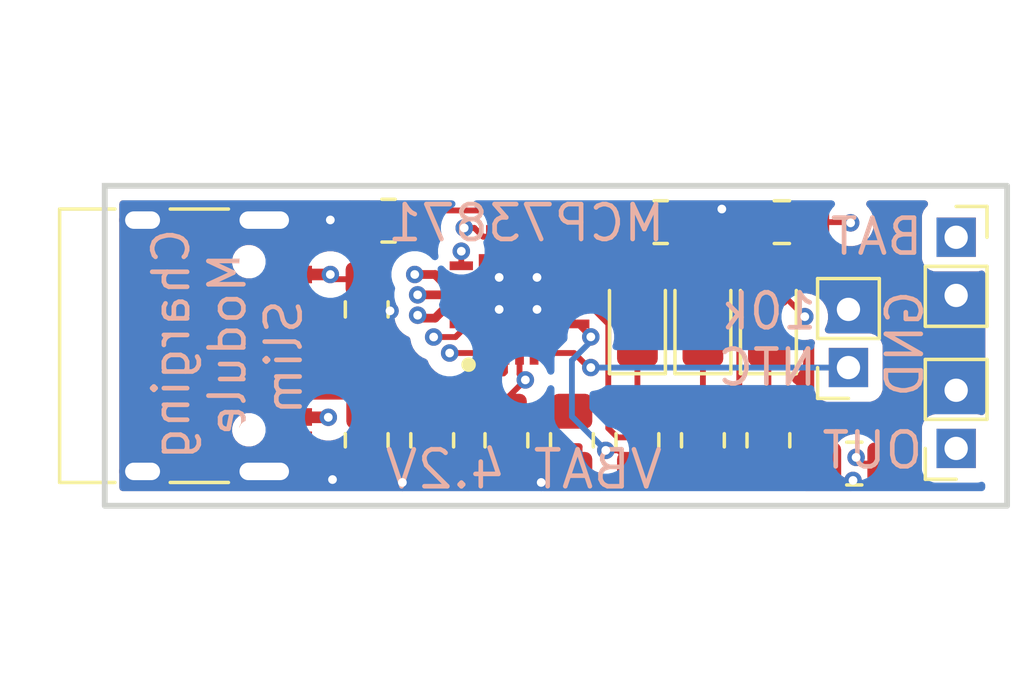
<source format=kicad_pcb>
(kicad_pcb (version 20241229) (generator "pcbnew") (generator_version "9.0")
  (layers (0 "F.Cu" signal) (4 "In1.Cu" signal) (6 "In2.Cu" signal) (2 "B.Cu" signal) (13 "F.Paste" user) (15 "B.Paste" user) (5 "F.SilkS" user "F.Silkscreen") (7 "B.SilkS" user "B.Silkscreen") (1 "F.Mask" user) (3 "B.Mask" user) (25 "Edge.Cuts" user))
  (net 0 "")
  (net 1 "GND")
  (net 2 "/Load")
  (net 3 "/Vbat")
  (net 4 "Net-(D1-K)")
  (net 5 "Net-(D2-K)")
  (net 6 "Net-(D3-K)")
  (net 7 "/TE")
  (net 8 "/VPCC")
  (net 9 "/SEL")
  (net 10 "Net-(IC1-STAT2)")
  (net 11 "Net-(IC1-THERM)")
  (net 12 "/PROG1")
  (net 13 "Net-(IC1-STAT1{slash}~{LBO})")
  (net 14 "Net-(IC1-~{PG})")
  (net 15 "/PROG3")
  (net 21 "Net-(J2-CC1)")
  (net 23 "Net-(J2-CC2)")
  (footprint "Resistor_SMD:R_0805_2012Metric_Pad1.20x1.40mm_HandSolder" (layer "F.Cu") (at 33 104.25 -90)
    (property "Reference" "R2" (hide yes))
    (property "Value" "5.1k")
    (fp_line (start -0.227064 0.735) (end 0.227064 0.735) (stroke (width 0.12)) (layer "F.SilkS"))
    (fp_line (start -0.227064 -0.735) (end 0.227064 -0.735) (stroke (width 0.12)) (layer "F.SilkS"))
    (pad "1" smd roundrect (at -1 0 270) (size 1.2 1.4) (layers "F.Cu" "F.Mask" "F.Paste") (roundrect_rratio 0.208333) (net 23 "Net-(J2-CC2)"))
    (pad "2" smd roundrect (at 1 0 270) (size 1.2 1.4) (layers "F.Cu" "F.Mask" "F.Paste") (roundrect_rratio 0.208333) (net 1 "GND"))
  )
  (footprint "Capacitor_SMD:C_0805_2012Metric_Pad1.18x1.45mm_HandSolder" (layer "F.Cu") (at 47.2625 96.75 180)
    (property "Reference" "C3" (hide yes))
    (property "Value" "4.7uF")
    (fp_line (start -0.261252 0.735) (end 0.261252 0.735) (stroke (width 0.12)) (layer "F.SilkS"))
    (fp_line (start -0.261252 -0.735) (end 0.261252 -0.735) (stroke (width 0.12)) (layer "F.SilkS"))
    (pad "1" smd roundrect (at -1.0375 0 180) (size 1.175 1.45) (layers "F.Cu" "F.Mask" "F.Paste") (roundrect_rratio 0.212766) (net 3 "/Vbat"))
    (pad "2" smd roundrect (at 1.0375 0 180) (size 1.175 1.45) (layers "F.Cu" "F.Mask" "F.Paste") (roundrect_rratio 0.212766) (net 1 "GND"))
  )
  (footprint "Capacitor_SMD:C_0805_2012Metric_Pad1.18x1.45mm_HandSolder" (layer "F.Cu") (at 49.75 105.05 180)
    (property "Reference" "C2" (hide yes))
    (property "Value" "4.7uF")
    (fp_line (start -0.261252 0.735) (end 0.261252 0.735) (stroke (width 0.12)) (layer "F.SilkS"))
    (fp_line (start -0.261252 -0.735) (end 0.261252 -0.735) (stroke (width 0.12)) (layer "F.SilkS"))
    (pad "1" smd roundrect (at -1.0375 0 180) (size 1.175 1.45) (layers "F.Cu" "F.Mask" "F.Paste") (roundrect_rratio 0.212766) (net 2 "/Load"))
    (pad "2" smd roundrect (at 1.0375 0 180) (size 1.175 1.45) (layers "F.Cu" "F.Mask" "F.Paste") (roundrect_rratio 0.212766) (net 1 "GND"))
  )
  (footprint "Resistor_SMD:R_0805_2012Metric_Pad1.20x1.40mm_HandSolder" (layer "F.Cu") (at 43.1 96.75)
    (property "Reference" "R9" (hide yes))
    (property "Value" "25k")
    (fp_line (start -0.227064 -0.735) (end 0.227064 -0.735) (stroke (width 0.12)) (layer "F.SilkS"))
    (fp_line (start -0.227064 0.735) (end 0.227064 0.735) (stroke (width 0.12)) (layer "F.SilkS"))
    (pad "1" smd roundrect (at -1 0) (size 1.2 1.4) (layers "F.Cu" "F.Mask" "F.Paste") (roundrect_rratio 0.208333) (net 15 "/PROG3"))
    (pad "2" smd roundrect (at 1 0) (size 1.2 1.4) (layers "F.Cu" "F.Mask" "F.Paste") (roundrect_rratio 0.208333) (net 1 "GND"))
  )
  (footprint "Resistor_SMD:R_0805_2012Metric_Pad1.20x1.40mm_HandSolder" (layer "F.Cu") (at 42.3 104.25 -90)
    (property "Reference" "R6" (hide yes))
    (property "Value" "470")
    (fp_line (start -0.227064 0.735) (end 0.227064 0.735) (stroke (width 0.12)) (layer "F.SilkS"))
    (fp_line (start -0.227064 -0.735) (end 0.227064 -0.735) (stroke (width 0.12)) (layer "F.SilkS"))
    (pad "1" smd roundrect (at -1 0 270) (size 1.2 1.4) (layers "F.Cu" "F.Mask" "F.Paste") (roundrect_rratio 0.208333) (net 4 "Net-(D1-K)"))
    (pad "2" smd roundrect (at 1 0 270) (size 1.2 1.4) (layers "F.Cu" "F.Mask" "F.Paste") (roundrect_rratio 0.208333) (net 14 "Net-(IC1-~{PG})"))
  )
  (footprint "Connector_PinSocket_2.00mm:PinSocket_1x02_P2.00mm_Vertical" (layer "F.Cu") (at 49.55 101.75 180)
    (property "Reference" "TH1" (hide yes))
    (property "Value" "NTC B3950 10k")
    (fp_line (start 1.06 1) (end 1.06 3.06) (stroke (width 0.12)) (layer "F.SilkS"))
    (fp_line (start 1.06 -1.06) (end 1.06 0) (stroke (width 0.12)) (layer "F.SilkS"))
    (fp_line (start 0 -1.06) (end 1.06 -1.06) (stroke (width 0.12)) (layer "F.SilkS"))
    (fp_line (start -1.06 3.06) (end 1.06 3.06) (stroke (width 0.12)) (layer "F.SilkS"))
    (fp_line (start -1.06 1) (end 1.06 1) (stroke (width 0.12)) (layer "F.SilkS"))
    (fp_line (start -1.06 1) (end -1.06 3.06) (stroke (width 0.12)) (layer "F.SilkS"))
    (pad "1" thru_hole rect (at 0 0 180) (size 1.35 1.35) (drill 0.8) (layers "*.Cu" "*.Mask") (net 11 "Net-(IC1-THERM)"))
    (pad "2" thru_hole circle (at 0 2 180) (size 1.35 1.35) (drill 0.8) (layers "*.Cu" "*.Mask") (net 1 "GND"))
  )
  (footprint "Connector_USB:USB_C_Receptacle_HRO_TYPE-C-31-M-12" (layer "F.Cu") (at 26.35 101 -90)
    (property "Reference" "J2" (hide yes))
    (property "Value" "USB_C_Receptacle_USB2.0_16P")
    (fp_line (start -4.7 3.9) (end 4.7 3.9) (stroke (width 0.12)) (layer "F.SilkS"))
    (fp_line (start -4.7 2) (end -4.7 3.9) (stroke (width 0.12)) (layer "F.SilkS"))
    (fp_line (start 4.7 2) (end 4.7 3.9) (stroke (width 0.12)) (layer "F.SilkS"))
    (fp_line (start -4.7 -1.9) (end -4.7 0.1) (stroke (width 0.12)) (layer "F.SilkS"))
    (fp_line (start 4.7 -1.9) (end 4.7 0.1) (stroke (width 0.12)) (layer "F.SilkS"))
    (pad "" np_thru_hole circle (at -2.89 -2.6 270) (size 0.65 0.65) (drill 0.65) (layers "*.Cu" "*.Mask"))
    (pad "" np_thru_hole circle (at 2.89 -2.6 270) (size 0.65 0.65) (drill 0.65) (layers "*.Cu" "*.Mask"))
    (pad "A1" smd rect (at -3.25 -4.045 270) (size 0.6 1.45) (layers "F.Cu" "F.Mask" "F.Paste") (net 1 "GND"))
    (pad "A4" smd rect (at -2.45 -4.045 270) (size 0.6 1.45) (layers "F.Cu" "F.Mask" "F.Paste") (net 9 "/SEL"))
    (pad "A5" smd rect (at -1.25 -4.045 270) (size 0.3 1.45) (layers "F.Cu" "F.Mask" "F.Paste") (net 21 "Net-(J2-CC1)"))
    (pad "A6" smd rect (at -0.25 -4.045 270) (size 0.3 1.45) (layers "F.Cu" "F.Mask" "F.Paste"))
    (pad "A7" smd rect (at 0.25 -4.045 270) (size 0.3 1.45) (layers "F.Cu" "F.Mask" "F.Paste"))
    (pad "A8" smd rect (at 1.25 -4.045 270) (size 0.3 1.45) (layers "F.Cu" "F.Mask" "F.Paste"))
    (pad "A9" smd rect (at 2.45 -4.045 270) (size 0.6 1.45) (layers "F.Cu" "F.Mask" "F.Paste") (net 9 "/SEL"))
    (pad "A12" smd rect (at 3.25 -4.045 270) (size 0.6 1.45) (layers "F.Cu" "F.Mask" "F.Paste") (net 1 "GND"))
    (pad "B1" smd rect (at 3.25 -4.045 270) (size 0.6 1.45) (layers "F.Cu" "F.Mask" "F.Paste") (net 1 "GND"))
    (pad "B4" smd rect (at 2.45 -4.045 270) (size 0.6 1.45) (layers "F.Cu" "F.Mask" "F.Paste") (net 9 "/SEL"))
    (pad "B5" smd rect (at 1.75 -4.045 270) (size 0.3 1.45) (layers "F.Cu" "F.Mask" "F.Paste") (net 23 "Net-(J2-CC2)"))
    (pad "B6" smd rect (at 0.75 -4.045 270) (size 0.3 1.45) (layers "F.Cu" "F.Mask" "F.Paste"))
    (pad "B7" smd rect (at -0.75 -4.045 270) (size 0.3 1.45) (layers "F.Cu" "F.Mask" "F.Paste"))
    (pad "B8" smd rect (at -1.75 -4.045 270) (size 0.3 1.45) (layers "F.Cu" "F.Mask" "F.Paste"))
    (pad "B9" smd rect (at -2.45 -4.045 270) (size 0.6 1.45) (layers "F.Cu" "F.Mask" "F.Paste") (net 9 "/SEL"))
    (pad "B12" smd rect (at -3.25 -4.045 270) (size 0.6 1.45) (layers "F.Cu" "F.Mask" "F.Paste") (net 1 "GND"))
    (pad "S1" thru_hole oval (at -4.32 -3.13 270) (size 1 2.1) (drill oval 0.6 1.7) (property pad_prop_heatsink) (layers "*.Cu" "*.Mask") (net 1 "GND"))
    (pad "S1" thru_hole oval (at -4.32 1.05 270) (size 1 1.6) (drill oval 0.6 1.2) (property pad_prop_heatsink) (layers "*.Cu" "*.Mask") (net 1 "GND"))
    (pad "S1" thru_hole oval (at 4.32 -3.13 270) (size 1 2.1) (drill oval 0.6 1.7) (property pad_prop_heatsink) (layers "*.Cu" "*.Mask") (net 1 "GND"))
    (pad "S1" thru_hole oval (at 4.32 1.05 270) (size 1 1.6) (drill oval 0.6 1.2) (property pad_prop_heatsink) (layers "*.Cu" "*.Mask") (net 1 "GND"))
  )
  (footprint "Resistor_SMD:R_0805_2012Metric_Pad1.20x1.40mm_HandSolder" (layer "F.Cu") (at 37.8 104.25 -90)
    (property "Reference" "R3" (hide yes))
    (property "Value" "330k")
    (fp_line (start -0.227064 0.735) (end 0.227064 0.735) (stroke (width 0.12)) (layer "F.SilkS"))
    (fp_line (start -0.227064 -0.735) (end 0.227064 -0.735) (stroke (width 0.12)) (layer "F.SilkS"))
    (pad "1" smd roundrect (at -1 0 270) (size 1.2 1.4) (layers "F.Cu" "F.Mask" "F.Paste") (roundrect_rratio 0.208333) (net 9 "/SEL"))
    (pad "2" smd roundrect (at 1 0 270) (size 1.2 1.4) (layers "F.Cu" "F.Mask" "F.Paste") (roundrect_rratio 0.208333) (net 8 "/VPCC"))
  )
  (footprint "Connector_PinSocket_2.00mm:PinSocket_1x02_P2.00mm_Vertical" (layer "F.Cu") (at 53.25 97.27)
    (property "Reference" "J1" (hide yes))
    (property "Value" "Vbat")
    (fp_line (start -1.06 1) (end -1.06 3.06) (stroke (width 0.12)) (layer "F.SilkS"))
    (fp_line (start -1.06 1) (end 1.06 1) (stroke (width 0.12)) (layer "F.SilkS"))
    (fp_line (start -1.06 3.06) (end 1.06 3.06) (stroke (width 0.12)) (layer "F.SilkS"))
    (fp_line (start 0 -1.06) (end 1.06 -1.06) (stroke (width 0.12)) (layer "F.SilkS"))
    (fp_line (start 1.06 -1.06) (end 1.06 0) (stroke (width 0.12)) (layer "F.SilkS"))
    (fp_line (start 1.06 1) (end 1.06 3.06) (stroke (width 0.12)) (layer "F.SilkS"))
    (pad "1" thru_hole rect (at 0 0) (size 1.35 1.35) (drill 0.8) (layers "*.Cu" "*.Mask") (net 3 "/Vbat"))
    (pad "2" thru_hole circle (at 0 2) (size 1.35 1.35) (drill 0.8) (layers "*.Cu" "*.Mask") (net 1 "GND"))
  )
  (footprint "Capacitor_SMD:C_0805_2012Metric_Pad1.18x1.45mm_HandSolder" (layer "F.Cu") (at 33 99.75 -90)
    (property "Reference" "C1" (hide yes))
    (property "Value" "10uF")
    (fp_line (start -0.261252 0.735) (end 0.261252 0.735) (stroke (width 0.12)) (layer "F.SilkS"))
    (fp_line (start -0.261252 -0.735) (end 0.261252 -0.735) (stroke (width 0.12)) (layer "F.SilkS"))
    (pad "1" smd roundrect (at -1.0375 0 270) (size 1.175 1.45) (layers "F.Cu" "F.Mask" "F.Paste") (roundrect_rratio 0.212766) (net 9 "/SEL"))
    (pad "2" smd roundrect (at 1.0375 0 270) (size 1.175 1.45) (layers "F.Cu" "F.Mask" "F.Paste") (roundrect_rratio 0.212766) (net 1 "GND"))
  )
  (footprint "Resistor_SMD:R_0805_2012Metric_Pad1.20x1.40mm_HandSolder" (layer "F.Cu") (at 44.55 104.25 -90)
    (property "Reference" "R7" (hide yes))
    (property "Value" "470")
    (fp_line (start -0.227064 0.735) (end 0.227064 0.735) (stroke (width 0.12)) (layer "F.SilkS"))
    (fp_line (start -0.227064 -0.735) (end 0.227064 -0.735) (stroke (width 0.12)) (layer "F.SilkS"))
    (pad "1" smd roundrect (at -1 0 270) (size 1.2 1.4) (layers "F.Cu" "F.Mask" "F.Paste") (roundrect_rratio 0.208333) (net 5 "Net-(D2-K)"))
    (pad "2" smd roundrect (at 1 0 270) (size 1.2 1.4) (layers "F.Cu" "F.Mask" "F.Paste") (roundrect_rratio 0.208333) (net 10 "Net-(IC1-STAT2)"))
  )
  (footprint "Resistor_SMD:R_0805_2012Metric_Pad1.20x1.40mm_HandSolder" (layer "F.Cu") (at 40.05 104.25 -90)
    (property "Reference" "R4" (hide yes))
    (property "Value" "110k")
    (fp_line (start -0.227064 0.735) (end 0.227064 0.735) (stroke (width 0.12)) (layer "F.SilkS"))
    (fp_line (start -0.227064 -0.735) (end 0.227064 -0.735) (stroke (width 0.12)) (layer "F.SilkS"))
    (pad "1" smd roundrect (at -1 0 270) (size 1.2 1.4) (layers "F.Cu" "F.Mask" "F.Paste") (roundrect_rratio 0.208333) (net 8 "/VPCC"))
    (pad "2" smd roundrect (at 1 0 270) (size 1.2 1.4) (layers "F.Cu" "F.Mask" "F.Paste") (roundrect_rratio 0.208333) (net 1 "GND"))
  )
  (footprint "MCP73871-2CCI_ML:QFN50P400X400X100-21N-D" (layer "F.Cu") (at 38.25 99.25 90)
    (property "Reference" "IC1" (hide yes))
    (property "Value" "MCP73871-2CCI_ML" (hide yes))
    (fp_circle (center -2.4 -1.75) (end -2.4 -1.625) (stroke (width 0.25)) (fill no) (layer "F.SilkS"))
    (pad "1" smd rect (at -2 -1 180) (size 0.3 0.8) (layers "F.Cu" "F.Mask" "F.Paste") (net 2 "/Load"))
    (pad "2" smd rect (at -2 -0.5 180) (size 0.3 0.8) (layers "F.Cu" "F.Mask" "F.Paste") (net 8 "/VPCC"))
    (pad "3" smd rect (at -2 0 180) (size 0.3 0.8) (layers "F.Cu" "F.Mask" "F.Paste") (net 9 "/SEL"))
    (pad "4" smd rect (at -2 0.5 180) (size 0.3 0.8) (layers "F.Cu" "F.Mask" "F.Paste") (net 1 "GND"))
    (pad "5" smd rect (at -2 1 180) (size 0.3 0.8) (layers "F.Cu" "F.Mask" "F.Paste") (net 11 "Net-(IC1-THERM)"))
    (pad "6" smd rect (at -1 2 90) (size 0.3 0.8) (layers "F.Cu" "F.Mask" "F.Paste") (net 14 "Net-(IC1-~{PG})"))
    (pad "7" smd rect (at -0.5 2 90) (size 0.3 0.8) (layers "F.Cu" "F.Mask" "F.Paste") (net 10 "Net-(IC1-STAT2)"))
    (pad "8" smd rect (at 0 2 90) (size 0.3 0.8) (layers "F.Cu" "F.Mask" "F.Paste") (net 13 "Net-(IC1-STAT1{slash}~{LBO})"))
    (pad "9" smd rect (at 0.5 2 90) (size 0.3 0.8) (layers "F.Cu" "F.Mask" "F.Paste") (net 7 "/TE"))
    (pad "10" smd rect (at 1 2 90) (size 0.3 0.8) (layers "F.Cu" "F.Mask" "F.Paste") (net 1 "GND"))
    (pad "11" smd rect (at 2 1 180) (size 0.3 0.8) (layers "F.Cu" "F.Mask" "F.Paste") (net 1 "GND"))
    (pad "12" smd rect (at 2 0.5 180) (size 0.3 0.8) (layers "F.Cu" "F.Mask" "F.Paste") (net 15 "/PROG3"))
    (pad "13" smd rect (at 2 0 180) (size 0.3 0.8) (layers "F.Cu" "F.Mask" "F.Paste") (net 12 "/PROG1"))
    (pad "14" smd rect (at 2 -0.5 180) (size 0.3 0.8) (layers "F.Cu" "F.Mask" "F.Paste") (net 3 "/Vbat"))
    (pad "15" smd rect (at 2 -1 180) (size 0.3 0.8) (layers "F.Cu" "F.Mask" "F.Paste") (net 3 "/Vbat"))
    (pad "16" smd rect (at 1 -2 90) (size 0.3 0.8) (layers "F.Cu" "F.Mask" "F.Paste") (net 3 "/Vbat"))
    (pad "17" smd rect (at 0.5 -2 90) (size 0.3 0.8) (layers "F.Cu" "F.Mask" "F.Paste") (net 9 "/SEL"))
    (pad "18" smd rect (at 0 -2 90) (size 0.3 0.8) (layers "F.Cu" "F.Mask" "F.Paste") (net 9 "/SEL"))
    (pad "19" smd rect (at -0.5 -2 90) (size 0.3 0.8) (layers "F.Cu" "F.Mask" "F.Paste") (net 9 "/SEL"))
    (pad "20" smd rect (at -1 -2 90) (size 0.3 0.8) (layers "F.Cu" "F.Mask" "F.Paste") (net 2 "/Load"))
    (pad "21" smd rect (at 0 0 90) (size 2.8 2.8) (layers "F.Cu" "F.Mask" "F.Paste") (net 1 "GND"))
  )
  (footprint "Resistor_SMD:R_0805_2012Metric_Pad1.20x1.40mm_HandSolder" (layer "F.Cu") (at 35.25 104.25 -90)
    (property "Reference" "R1" (hide yes))
    (property "Value" "5.1k")
    (fp_line (start -0.227064 0.735) (end 0.227064 0.735) (stroke (width 0.12)) (layer "F.SilkS"))
    (fp_line (start -0.227064 -0.735) (end 0.227064 -0.735) (stroke (width 0.12)) (layer "F.SilkS"))
    (pad "1" smd roundrect (at -1 0 270) (size 1.2 1.4) (layers "F.Cu" "F.Mask" "F.Paste") (roundrect_rratio 0.208333) (net 21 "Net-(J2-CC1)"))
    (pad "2" smd roundrect (at 1 0 270) (size 1.2 1.4) (layers "F.Cu" "F.Mask" "F.Paste") (roundrect_rratio 0.208333) (net 1 "GND"))
  )
  (footprint "Resistor_SMD:R_0805_2012Metric_Pad1.20x1.40mm_HandSolder" (layer "F.Cu") (at 33.75 96.7 180)
    (property "Reference" "R5" (hide yes))
    (property "Value" "1k")
    (fp_line (start -0.227064 0.735) (end 0.227064 0.735) (stroke (width 0.12)) (layer "F.SilkS"))
    (fp_line (start -0.227064 -0.735) (end 0.227064 -0.735) (stroke (width 0.12)) (layer "F.SilkS"))
    (pad "1" smd roundrect (at -1 0 180) (size 1.2 1.4) (layers "F.Cu" "F.Mask" "F.Paste") (roundrect_rratio 0.208333) (net 12 "/PROG1"))
    (pad "2" smd roundrect (at 1 0 180) (size 1.2 1.4) (layers "F.Cu" "F.Mask" "F.Paste") (roundrect_rratio 0.208333) (net 1 "GND"))
  )
  (footprint "LED_SMD:LED_0805_2012Metric_Pad1.15x1.40mm_HandSolder" (layer "F.Cu") (at 44.55 100.1 90)
    (property "Reference" "D2" (hide yes))
    (property "Value" "Green")
    (fp_line (start 1 -0.96) (end -1.86 -0.96) (stroke (width 0.12)) (layer "F.SilkS"))
    (fp_line (start -1.86 -0.96) (end -1.86 0.96) (stroke (width 0.12)) (layer "F.SilkS"))
    (fp_line (start -1.86 0.96) (end 1 0.96) (stroke (width 0.12)) (layer "F.SilkS"))
    (pad "1" smd roundrect (at -1.025 0 90) (size 1.15 1.4) (layers "F.Cu" "F.Mask" "F.Paste") (roundrect_rratio 0.217391) (net 5 "Net-(D2-K)"))
    (pad "2" smd roundrect (at 1.025 0 90) (size 1.15 1.4) (layers "F.Cu" "F.Mask" "F.Paste") (roundrect_rratio 0.217391) (net 9 "/SEL"))
  )
  (footprint "LED_SMD:LED_0805_2012Metric_Pad1.15x1.40mm_HandSolder" (layer "F.Cu") (at 46.8 100.1 90)
    (property "Reference" "D3" (hide yes))
    (property "Value" "Red")
    (fp_line (start 1 -0.96) (end -1.86 -0.96) (stroke (width 0.12)) (layer "F.SilkS"))
    (fp_line (start -1.86 -0.96) (end -1.86 0.96) (stroke (width 0.12)) (layer "F.SilkS"))
    (fp_line (start -1.86 0.96) (end 1 0.96) (stroke (width 0.12)) (layer "F.SilkS"))
    (pad "1" smd roundrect (at -1.025 0 90) (size 1.15 1.4) (layers "F.Cu" "F.Mask" "F.Paste") (roundrect_rratio 0.217391) (net 6 "Net-(D3-K)"))
    (pad "2" smd roundrect (at 1.025 0 90) (size 1.15 1.4) (layers "F.Cu" "F.Mask" "F.Paste") (roundrect_rratio 0.217391) (net 9 "/SEL"))
  )
  (footprint "LED_SMD:LED_0805_2012Metric_Pad1.15x1.40mm_HandSolder" (layer "F.Cu") (at 42.3 100.1 90)
    (property "Reference" "D1" (hide yes))
    (property "Value" "Blue")
    (fp_line (start 1 -0.96) (end -1.86 -0.96) (stroke (width 0.12)) (layer "F.SilkS"))
    (fp_line (start -1.86 -0.96) (end -1.86 0.96) (stroke (width 0.12)) (layer "F.SilkS"))
    (fp_line (start -1.86 0.96) (end 1 0.96) (stroke (width 0.12)) (layer "F.SilkS"))
    (pad "1" smd roundrect (at -1.025 0 90) (size 1.15 1.4) (layers "F.Cu" "F.Mask" "F.Paste") (roundrect_rratio 0.217391) (net 4 "Net-(D1-K)"))
    (pad "2" smd roundrect (at 1.025 0 90) (size 1.15 1.4) (layers "F.Cu" "F.Mask" "F.Paste") (roundrect_rratio 0.217391) (net 9 "/SEL"))
  )
  (footprint "Resistor_SMD:R_0805_2012Metric_Pad1.20x1.40mm_HandSolder" (layer "F.Cu") (at 46.8 104.25 -90)
    (property "Reference" "R8" (hide yes))
    (property "Value" "470")
    (fp_line (start -0.227064 0.735) (end 0.227064 0.735) (stroke (width 0.12)) (layer "F.SilkS"))
    (fp_line (start -0.227064 -0.735) (end 0.227064 -0.735) (stroke (width 0.12)) (layer "F.SilkS"))
    (pad "1" smd roundrect (at -1 0 270) (size 1.2 1.4) (layers "F.Cu" "F.Mask" "F.Paste") (roundrect_rratio 0.208333) (net 6 "Net-(D3-K)"))
    (pad "2" smd roundrect (at 1 0 270) (size 1.2 1.4) (layers "F.Cu" "F.Mask" "F.Paste") (roundrect_rratio 0.208333) (net 13 "Net-(IC1-STAT1{slash}~{LBO})"))
  )
  (footprint "Connector_PinSocket_2.00mm:PinSocket_1x02_P2.00mm_Vertical" (layer "F.Cu") (at 53.25 104.53 180)
    (property "Reference" "J3" (hide yes))
    (property "Value" "Load")
    (fp_line (start 1.06 1) (end 1.06 3.06) (stroke (width 0.12)) (layer "F.SilkS"))
    (fp_line (start 1.06 -1.06) (end 1.06 0) (stroke (width 0.12)) (layer "F.SilkS"))
    (fp_line (start 0 -1.06) (end 1.06 -1.06) (stroke (width 0.12)) (layer "F.SilkS"))
    (fp_line (start -1.06 3.06) (end 1.06 3.06) (stroke (width 0.12)) (layer "F.SilkS"))
    (fp_line (start -1.06 1) (end 1.06 1) (stroke (width 0.12)) (layer "F.SilkS"))
    (fp_line (start -1.06 1) (end -1.06 3.06) (stroke (width 0.12)) (layer "F.SilkS"))
    (pad "1" thru_hole rect (at 0 0 180) (size 1.35 1.35) (drill 0.8) (layers "*.Cu" "*.Mask") (net 2 "/Load"))
    (pad "2" thru_hole circle (at 0 2 180) (size 1.35 1.35) (drill 0.8) (layers "*.Cu" "*.Mask") (net 1 "GND"))
  )
  (gr_rect (start 24 95.5) (end 55 106.5) (stroke (width 0.2)) (fill no) (layer "Edge.Cuts"))
  (gr_text "OUT" (at 52.19 105.3 0) (layer "B.SilkS") (effects (font (size 1.2 1.2) (thickness 0.16)) (justify left bottom mirror)))
  (gr_text "BAT" (at 52.19 97.95 0) (layer "B.SilkS") (effects (font (size 1.2 1.2) (thickness 0.16)) (justify left bottom mirror)))
  (gr_text "GND" (at 52.19 99 90) (layer "B.SilkS") (effects (font (size 1.2 1.2) (thickness 0.16)) (justify left bottom mirror)))
  (gr_text "10k\nNTC" (at 48.55 102.45 0) (layer "B.SilkS") (effects (font (size 1.2 1.2) (thickness 0.16)) (justify left bottom mirror)))
  (gr_text "Charging \nModule \nSlim" (at 30.85 101.4 90) (layer "B.SilkS") (effects (font (size 1.2 1.2) (thickness 0.16)) (justify bottom mirror)))
  (gr_text "MCP73871" (at 43.327064 97.485 0) (layer "B.SilkS") (effects (font (size 1.2 1.2) (thickness 0.16)) (justify left bottom mirror)))
  (gr_text "VBAT 4.2V" (at 38.4 105.25 0) (layer "B.SilkS") (effects (font (size 1.27 1.27)) (justify mirror)))
  (segment (start 39.25 98.25) (end 38.25 99.25) (width 0.2) (layer "F.Cu") (net 1))
  (segment (start 44.75 96.75) (end 45.2 96.3) (width 0.2) (layer "F.Cu") (net 1))
  (segment (start 35.25 105.25) (end 34.675 105.25) (width 0.2) (layer "F.Cu") (net 1))
  (segment (start 38.75 99.75) (end 38.25 99.25) (width 0.2) (layer "F.Cu") (net 1))
  (segment (start 32.75 96.65) (end 31.775 96.65) (width 0.2) (layer "F.Cu") (net 1))
  (segment (start 34.675 105.25) (end 34.225 105.7) (width 0.2) (layer "F.Cu") (net 1))
  (segment (start 31.775 96.65) (end 31.75 96.675) (width 0.2) (layer "F.Cu") (net 1))
  (segment (start 39.444285 105.25) (end 38.994285 105.7) (width 0.2) (layer "F.Cu") (net 1))
  (segment (start 39.25 97.25) (end 39.25 98.25) (width 0.2) (layer "F.Cu") (net 1))
  (segment (start 30.385 104.405) (end 29.47 105.32) (width 0.6) (layer "F.Cu") (net 1))
  (segment (start 45.65 96.75) (end 46.225 96.75) (width 0.2) (layer "F.Cu") (net 1))
  (segment (start 49.706502 105.630001) (end 49.292501 105.630001) (width 0.2) (layer "F.Cu") (net 1))
  (segment (start 45.2 96.3) (end 45.65 96.75) (width 0.2) (layer "F.Cu") (net 1))
  (segment (start 32.175 105.25) (end 31.825 105.6) (width 0.2) (layer "F.Cu") (net 1))
  (segment (start 40.25 98.25) (end 39.25 98.25) (width 0.2) (layer "F.Cu") (net 1))
  (segment (start 33 105.25) (end 32.175 105.25) (width 0.2) (layer "F.Cu") (net 1))
  (segment (start 38.75 101.25) (end 38.75 99.75) (width 0.2) (layer "F.Cu") (net 1))
  (segment (start 49.292501 105.630001) (end 48.7125 105.05) (width 0.2) (layer "F.Cu") (net 1))
  (segment (start 44.1 96.75) (end 44.75 96.75) (width 0.2) (layer "F.Cu") (net 1))
  (segment (start 30.385 104.25) (end 30.385 104.405) (width 0.6) (layer "F.Cu") (net 1))
  (segment (start 40.05 105.25) (end 39.444285 105.25) (width 0.2) (layer "F.Cu") (net 1))
  (segment (start 33 100.6) (end 33.8 99.8) (width 0.2) (layer "F.Cu") (net 1))
  (segment (start 33 100.7875) (end 33 100.6) (width 0.2) (layer "F.Cu") (net 1))
  (segment (start 30.395 97.75) (end 30.395 97.595) (width 0.6) (layer "F.Cu") (net 1))
  (segment (start 30.395 97.595) (end 29.48 96.68) (width 0.6) (layer "F.Cu") (net 1))
  (via (at 31.75 96.675) (size 0.6) (drill 0.3) (layers "F.Cu" "B.Cu") (net 1))
  (via (at 34.225 105.7) (size 0.6) (drill 0.3) (layers "F.Cu" "B.Cu") (net 1))
  (via (at 33.8 99.8) (size 0.6) (drill 0.3) (layers "F.Cu" "B.Cu") (net 1))
  (via (at 45.2 96.3) (size 0.6) (drill 0.3) (layers "F.Cu" "B.Cu") (net 1))
  (via (at 49.706502 105.630001) (size 0.6) (drill 0.3) (layers "F.Cu" "B.Cu") (net 1))
  (via (at 38.85 98.65) (size 0.6) (drill 0.3) (layers "F.Cu" "B.Cu") (net 1))
  (via (at 38.85 99.75) (size 0.6) (drill 0.3) (layers "F.Cu" "B.Cu") (net 1))
  (via (at 37.55 98.65) (size 0.6) (drill 0.3) (layers "F.Cu" "B.Cu") (net 1))
  (via (at 37.55 99.75) (size 0.6) (drill 0.3) (layers "F.Cu" "B.Cu") (net 1))
  (via (at 31.825 105.6) (size 0.6) (drill 0.3) (layers "F.Cu" "B.Cu") (net 1))
  (via (at 38.994285 105.7) (size 0.6) (drill 0.3) (layers "F.Cu" "B.Cu") (net 1))
  (segment (start 35.85 101.25) (end 37.25 101.25) (width 0.2) (layer "F.Cu") (net 2))
  (segment (start 50.025375 105.05) (end 50.7875 105.05) (width 0.2) (layer "F.Cu") (net 2))
  (segment (start 36.05 100.7) (end 36.25 100.5) (width 0.2) (layer "F.Cu") (net 2))
  (segment (start 49.812416 104.837041) (end 50.025375 105.05) (width 0.2) (layer "F.Cu") (net 2))
  (segment (start 36.25 100.5) (end 36.25 100.25) (width 0.2) (layer "F.Cu") (net 2))
  (segment (start 35.3 100.7) (end 36.05 100.7) (width 0.2) (layer "F.Cu") (net 2))
  (via (at 35.3 100.7) (size 0.6) (drill 0.3) (layers "F.Cu" "B.Cu") (net 2))
  (via (at 49.812416 104.837041) (size 0.6) (drill 0.3) (layers "F.Cu" "B.Cu") (net 2))
  (via (at 35.85 101.25) (size 0.6) (drill 0.3) (layers "F.Cu" "B.Cu") (net 2))
  (segment (start 36.7 96.95) (end 37 97.25) (width 0.2) (layer "F.Cu") (net 3))
  (segment (start 48.3 96.75) (end 49.6 96.75) (width 0.2) (layer "F.Cu") (net 3))
  (segment (start 37.75 97.25) (end 37.25 97.25) (width 0.2) (layer "F.Cu") (net 3))
  (segment (start 37 97.25) (end 37.25 97.25) (width 0.2) (layer "F.Cu") (net 3))
  (segment (start 36.25 97.75) (end 36.25 98.25) (width 0.2) (layer "F.Cu") (net 3))
  (segment (start 49.6 96.75) (end 49.625 96.775) (width 0.2) (layer "F.Cu") (net 3))
  (segment (start 36.35 96.95) (end 36.7 96.95) (width 0.2) (layer "F.Cu") (net 3))
  (via (at 49.625 96.775) (size 0.6) (drill 0.3) (layers "F.Cu" "B.Cu") (net 3))
  (via (at 36.35 96.95) (size 0.6) (drill 0.3) (layers "F.Cu" "B.Cu") (net 3))
  (via (at 36.25 97.75) (size 0.6) (drill 0.3) (layers "F.Cu" "B.Cu") (net 3))
  (segment (start 42.3 103.25) (end 42.3 101.125) (width 0.2) (layer "F.Cu") (net 4))
  (segment (start 44.55 103.25) (end 44.55 101.125) (width 0.2) (layer "F.Cu") (net 5))
  (segment (start 46.8 103.25) (end 46.8 101.125) (width 0.2) (layer "F.Cu") (net 6))
  (segment (start 38.05 105.25) (end 40.05 103.25) (width 0.2) (layer "F.Cu") (net 8))
  (segment (start 37.75 101.902) (end 37.75 101.25) (width 0.2) (layer "F.Cu") (net 8))
  (segment (start 39.149 104.151) (end 37.11484 104.151) (width 0.2) (layer "F.Cu") (net 8))
  (segment (start 37.199 101.951) (end 37.701 101.951) (width 0.2) (layer "F.Cu") (net 8))
  (segment (start 37.8 105.25) (end 38.05 105.25) (width 0.2) (layer "F.Cu") (net 8))
  (segment (start 40.05 103.25) (end 39.149 104.151) (width 0.2) (layer "F.Cu") (net 8))
  (segment (start 36.799 103.83516) (end 36.799 102.351) (width 0.2) (layer "F.Cu") (net 8))
  (segment (start 37.701 101.951) (end 37.75 101.902) (width 0.2) (layer "F.Cu") (net 8))
  (segment (start 37.11484 104.151) (end 36.799 103.83516) (width 0.2) (layer "F.Cu") (net 8))
  (segment (start 36.799 102.351) (end 37.199 101.951) (width 0.2) (layer "F.Cu") (net 8))
  (segment (start 37.8 103.25) (end 37.8 102.825) (width 0.2) (layer "F.Cu") (net 9))
  (segment (start 35.65 99.75) (end 36.25 99.75) (width 0.3) (layer "F.Cu") (net 9))
  (segment (start 46.8 99.075) (end 47.125 99.075) (width 0.2) (layer "F.Cu") (net 9))
  (segment (start 35.35 100.05) (end 35.65 99.75) (width 0.3) (layer "F.Cu") (net 9))
  (segment (start 35.55 98.75) (end 36.25 98.75) (width 0.3) (layer "F.Cu") (net 9))
  (segment (start 30.395 103.46) (end 30.385 103.45) (width 0.4) (layer "F.Cu") (net 9))
  (segment (start 31.9125 98.7125) (end 31.75 98.55) (width 0.2) (layer "F.Cu") (net 9))
  (segment (start 34.75 99.95) (end 34.85 100.05) (width 0.3) (layer "F.Cu") (net 9))
  (segment (start 34.85 100.05) (end 35.35 100.05) (width 0.3) (layer "F.Cu") (net 9))
  (segment (start 35.35 98.55) (end 35.55 98.75) (width 0.3) (layer "F.Cu") (net 9))
  (segment (start 31.68 103.46) (end 30.395 103.46) (width 0.4) (layer "F.Cu") (net 9))
  (segment (start 38.25 101.975) (end 38.45 102.175) (width 0.2) (layer "F.Cu") (net 9))
  (segment (start 38.25 101.25) (end 38.25 101.975) (width 0.2) (layer "F.Cu") (net 9))
  (segment (start 33 98.7125) (end 31.9125 98.7125) (width 0.2) (layer "F.Cu") (net 9))
  (segment (start 34.65 98.55) (end 35.35 98.55) (width 0.3) (layer "F.Cu") (net 9))
  (segment (start 37.8 102.825) (end 38.45 102.175) (width 0.2) (layer "F.Cu") (net 9))
  (segment (start 47.125 99.075) (end 48.05 100) (width 0.2) (layer "F.Cu") (net 9))
  (segment (start 31.75 98.55) (end 30.385 98.55) (width 0.4) (layer "F.Cu") (net 9))
  (segment (start 34.75 99.25) (end 36.25 99.25) (width 0.3) (layer "F.Cu") (net 9))
  (segment (start 42.3 99.075) (end 46.8 99.075) (width 0.2) (layer "F.Cu") (net 9))
  (via (at 34.75 99.95) (size 0.6) (drill 0.3) (layers "F.Cu" "B.Cu") (net 9))
  (via (at 38.45 102.175) (size 0.6) (drill 0.3) (layers "F.Cu" "B.Cu") (net 9))
  (via (at 31.68 103.46) (size 0.6) (drill 0.3) (layers "F.Cu" "B.Cu") (net 9))
  (via (at 34.65 98.55) (size 0.6) (drill 0.3) (layers "F.Cu" "B.Cu") (net 9))
  (via (at 31.75 98.55) (size 0.6) (drill 0.3) (layers "F.Cu" "B.Cu") (net 9))
  (via (at 48.05 100) (size 0.6) (drill 0.3) (layers "F.Cu" "B.Cu") (net 9))
  (via (at 34.75 99.25) (size 0.6) (drill 0.3) (layers "F.Cu" "B.Cu") (net 9))
  (segment (start 40.8 99.75) (end 40.25 99.75) (width 0.2) (layer "F.Cu") (net 10))
  (segment (start 41.299 100.249) (end 40.8 99.75) (width 0.2) (layer "F.Cu") (net 10))
  (segment (start 41.61484 104.151) (end 41.299 103.83516) (width 0.2) (layer "F.Cu") (net 10))
  (segment (start 41.299 103.83516) (end 41.299 100.249) (width 0.2) (layer "F.Cu") (net 10))
  (segment (start 43.451 104.151) (end 41.61484 104.151) (width 0.2) (layer "F.Cu") (net 10))
  (segment (start 44.55 105.25) (end 43.451 104.151) (width 0.2) (layer "F.Cu") (net 10))
  (segment (start 40.699 101.75) (end 40.625 101.75) (width 0.2) (layer "F.Cu") (net 11))
  (segment (start 40.125 101.25) (end 39.25 101.25) (width 0.2) (layer "F.Cu") (net 11))
  (segment (start 40.625 101.75) (end 40.125 101.25) (width 0.2) (layer "F.Cu") (net 11))
  (via (at 40.699 101.75) (size 0.6) (drill 0.3) (layers "F.Cu" "B.Cu") (net 11))
  (segment (start 40.699 101.75) (end 49.55 101.75) (width 0.2) (layer "B.Cu") (net 11))
  (segment (start 38.001 96.349) (end 38.25 96.598) (width 0.2) (layer "F.Cu") (net 12))
  (segment (start 34.75 96.7) (end 35.101 96.349) (width 0.2) (layer "F.Cu") (net 12))
  (segment (start 38.25 96.598) (end 38.25 97.25) (width 0.2) (layer "F.Cu") (net 12))
  (segment (start 35.101 96.349) (end 38.001 96.349) (width 0.2) (layer "F.Cu") (net 12))
  (segment (start 45.799 100.51484) (end 45.23516 99.951) (width 0.2) (layer "F.Cu") (net 13))
  (segment (start 40.91384 99.25) (end 40.25 99.25) (width 0.2) (layer "F.Cu") (net 13))
  (segment (start 46.8 105.25) (end 45.799 104.249) (width 0.2) (layer "F.Cu") (net 13))
  (segment (start 41.61484 99.951) (end 40.91384 99.25) (width 0.2) (layer "F.Cu") (net 13))
  (segment (start 45.799 104.249) (end 45.799 100.51484) (width 0.2) (layer "F.Cu") (net 13))
  (segment (start 45.23516 99.951) (end 41.61484 99.951) (width 0.2) (layer "F.Cu") (net 13))
  (segment (start 40.25 100.25) (end 40.253504 100.25) (width 0.2) (layer "F.Cu") (net 14))
  (segment (start 40.253504 100.25) (end 40.699 100.695496) (width 0.2) (layer "F.Cu") (net 14))
  (segment (start 41.646507 104.596507) (end 42.3 105.25) (width 0.2) (layer "F.Cu") (net 14))
  (segment (start 41.212939 104.596507) (end 41.646507 104.596507) (width 0.2) (layer "F.Cu") (net 14))
  (via (at 40.699 100.695496) (size 0.6) (drill 0.3) (layers "F.Cu" "B.Cu") (net 14))
  (via (at 41.212939 104.596507) (size 0.6) (drill 0.3) (layers "F.Cu" "B.Cu") (net 14))
  (segment (start 40.699 100.851) (end 40.05 101.5) (width 0.2) (layer "B.Cu") (net 14))
  (segment (start 40.699 100.695496) (end 40.699 100.851) (width 0.2) (layer "B.Cu") (net 14))
  (segment (start 40.05 103.433568) (end 41.212939 104.596507) (width 0.2) (layer "B.Cu") (net 14))
  (segment (start 40.05 101.5) (end 40.05 103.433568) (width 0.2) (layer "B.Cu") (net 14))
  (segment (start 38.799 96.549) (end 38.75 96.598) (width 0.2) (layer "F.Cu") (net 15))
  (segment (start 41.899 96.549) (end 38.799 96.549) (width 0.2) (layer "F.Cu") (net 15))
  (segment (start 38.75 96.598) (end 38.75 97.25) (width 0.2) (layer "F.Cu") (net 15))
  (segment (start 42.1 96.75) (end 41.899 96.549) (width 0.2) (layer "F.Cu") (net 15))
  (segment (start 35.25 103.25) (end 34.075 102.075) (width 0.2) (layer "F.Cu") (net 21))
  (segment (start 31.372 99.75) (end 30.395 99.75) (width 0.2) (layer "F.Cu") (net 21))
  (segment (start 31.7 102.075) (end 31.7 100.078) (width 0.2) (layer "F.Cu") (net 21))
  (segment (start 31.7 100.078) (end 31.372 99.75) (width 0.2) (layer "F.Cu") (net 21))
  (segment (start 34.075 102.075) (end 31.7 102.075) (width 0.2) (layer "F.Cu") (net 21))
  (segment (start 32.5 102.75) (end 30.395 102.75) (width 0.2) (layer "F.Cu") (net 23))
  (segment (start 33 103.25) (end 32.5 103.75) (width 0.2) (layer "F.Cu") (net 23))
  (segment (start 33 103.25) (end 32.5 102.75) (width 0.2) (layer "F.Cu") (net 23))
  (zone (net 1) (net_name "GND") (layers "F.Cu" "B.Cu") (connect_pads yes (clearance 0.5)) (min_thickness 0.25) (fill yes (thermal_gap 0.5) (thermal_bridge_width 0.5))
    (polygon (pts (xy 24.5 95.75) (xy 54.25 95.75) (xy 54.25 106.25) (xy 24.5 106.25)))
  )
)
</source>
